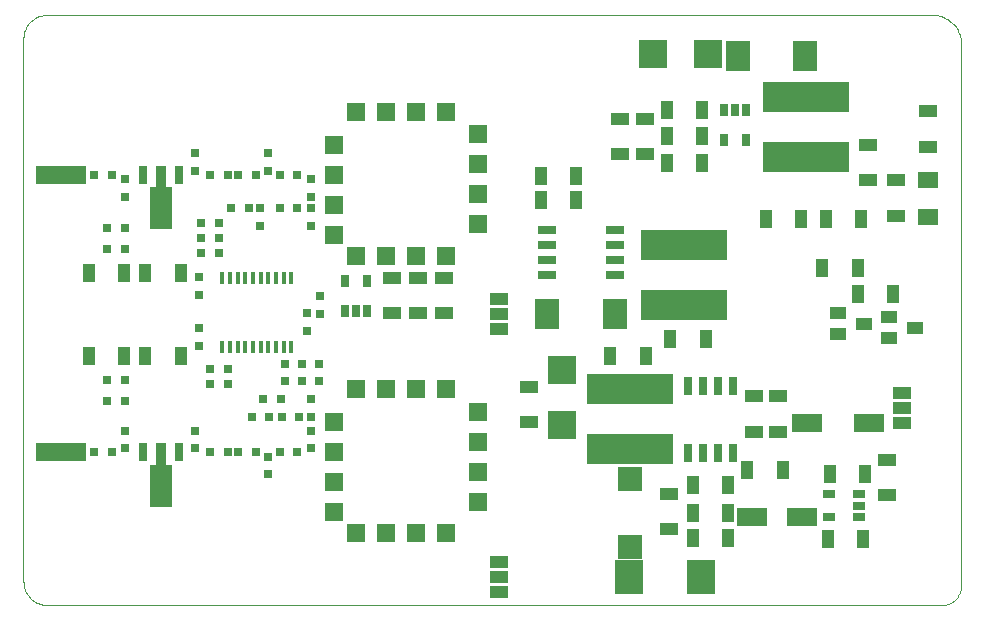
<source format=gtp>
G75*
G70*
%OFA0B0*%
%FSLAX24Y24*%
%IPPOS*%
%LPD*%
%AMOC8*
5,1,8,0,0,1.08239X$1,22.5*
%
%ADD10C,0.0000*%
%ADD11R,0.0984X0.0591*%
%ADD12R,0.0630X0.0394*%
%ADD13R,0.0394X0.0630*%
%ADD14R,0.0433X0.0276*%
%ADD15R,0.0276X0.0433*%
%ADD16R,0.0787X0.0984*%
%ADD17R,0.0940X0.0940*%
%ADD18R,0.2874X0.1043*%
%ADD19R,0.0827X0.0787*%
%ADD20R,0.0256X0.0630*%
%ADD21R,0.0940X0.1140*%
%ADD22R,0.0630X0.0256*%
%ADD23R,0.0661X0.0518*%
%ADD24R,0.0600X0.0600*%
%ADD25R,0.0630X0.0400*%
%ADD26R,0.0315X0.0315*%
%ADD27R,0.0750X0.1400*%
%ADD28R,0.0380X0.0728*%
%ADD29R,0.0280X0.0600*%
%ADD30R,0.0120X0.0390*%
%ADD31R,0.1650X0.0600*%
%ADD32R,0.0551X0.0394*%
D10*
X003578Y001721D02*
X003578Y019817D01*
X003580Y019872D01*
X003586Y019927D01*
X003596Y019981D01*
X003609Y020034D01*
X003627Y020086D01*
X003648Y020137D01*
X003672Y020187D01*
X003700Y020234D01*
X003732Y020279D01*
X003766Y020322D01*
X003804Y020362D01*
X003844Y020400D01*
X003887Y020434D01*
X003932Y020466D01*
X003979Y020494D01*
X004029Y020518D01*
X004080Y020539D01*
X004132Y020557D01*
X004185Y020570D01*
X004239Y020580D01*
X004294Y020586D01*
X004349Y020588D01*
X033873Y020588D01*
X033933Y020586D01*
X033994Y020580D01*
X034053Y020571D01*
X034112Y020558D01*
X034170Y020541D01*
X034227Y020520D01*
X034283Y020496D01*
X034336Y020469D01*
X034388Y020438D01*
X034438Y020404D01*
X034486Y020367D01*
X034532Y020327D01*
X034574Y020285D01*
X034614Y020239D01*
X034651Y020191D01*
X034685Y020141D01*
X034716Y020089D01*
X034743Y020036D01*
X034767Y019980D01*
X034788Y019923D01*
X034805Y019865D01*
X034818Y019806D01*
X034827Y019747D01*
X034833Y019686D01*
X034835Y019626D01*
X034834Y019626D02*
X034834Y001576D01*
X034832Y001526D01*
X034827Y001477D01*
X034817Y001428D01*
X034805Y001381D01*
X034788Y001334D01*
X034768Y001288D01*
X034745Y001245D01*
X034719Y001203D01*
X034689Y001163D01*
X034657Y001125D01*
X034622Y001090D01*
X034584Y001058D01*
X034544Y001028D01*
X034503Y001002D01*
X034459Y000979D01*
X034413Y000959D01*
X034366Y000942D01*
X034319Y000930D01*
X034270Y000920D01*
X034221Y000915D01*
X034171Y000913D01*
X004387Y000913D01*
X004332Y000915D01*
X004277Y000921D01*
X004223Y000930D01*
X004169Y000943D01*
X004116Y000960D01*
X004065Y000980D01*
X004015Y001004D01*
X003967Y001031D01*
X003921Y001061D01*
X003877Y001094D01*
X003835Y001130D01*
X003796Y001169D01*
X003760Y001211D01*
X003727Y001255D01*
X003697Y001301D01*
X003670Y001349D01*
X003646Y001399D01*
X003626Y001450D01*
X003609Y001503D01*
X003596Y001557D01*
X003587Y001611D01*
X003581Y001666D01*
X003579Y001721D01*
D11*
X027870Y003856D03*
X029526Y003856D03*
X029707Y006981D03*
X031750Y006981D03*
D12*
X032354Y005759D03*
X032354Y004578D03*
X028729Y006703D03*
X027917Y006703D03*
X027917Y007885D03*
X028729Y007885D03*
X025104Y004635D03*
X025104Y003453D03*
X020417Y007016D03*
X020417Y008197D03*
X017604Y010641D03*
X016729Y010641D03*
X015854Y010641D03*
X015854Y011822D03*
X016729Y011822D03*
X017604Y011822D03*
X023479Y015953D03*
X024291Y015953D03*
X024291Y017135D03*
X023479Y017135D03*
X031729Y016259D03*
X031729Y015078D03*
X032667Y015072D03*
X032667Y013891D03*
X033729Y016203D03*
X033729Y017385D03*
D13*
X031507Y013794D03*
X030326Y013794D03*
X029507Y013794D03*
X028326Y013794D03*
X030201Y012169D03*
X031382Y012169D03*
X031389Y011294D03*
X032570Y011294D03*
X026320Y009794D03*
X025139Y009794D03*
X024320Y009231D03*
X023139Y009231D03*
X027701Y005419D03*
X027070Y004928D03*
X025889Y004928D03*
X025889Y003974D03*
X027070Y003974D03*
X027070Y003139D03*
X025889Y003139D03*
X028882Y005419D03*
X030451Y005294D03*
X031632Y005294D03*
X031570Y003106D03*
X030389Y003106D03*
X022007Y014419D03*
X020826Y014419D03*
X020826Y015231D03*
X022007Y015231D03*
X025013Y015669D03*
X026194Y015669D03*
X026194Y016544D03*
X025013Y016544D03*
X025013Y017419D03*
X026194Y017419D03*
X008819Y011981D03*
X007638Y011981D03*
X006944Y011981D03*
X005763Y011981D03*
X005763Y009231D03*
X006944Y009231D03*
X007638Y009231D03*
X008819Y009231D03*
D14*
X030417Y004606D03*
X031417Y004606D03*
X031417Y004231D03*
X031417Y003856D03*
X030417Y003856D03*
D15*
X015041Y010731D03*
X014666Y010731D03*
X014291Y010731D03*
X014291Y011731D03*
X015041Y011731D03*
X026917Y016419D03*
X027667Y016419D03*
X027667Y017419D03*
X027292Y017419D03*
X026917Y017419D03*
D16*
X027396Y019215D03*
X029646Y019215D03*
X023291Y010606D03*
X021041Y010606D03*
D17*
X021541Y008766D03*
X021541Y006936D03*
X024559Y019294D03*
X026389Y019294D03*
D18*
X029667Y017856D03*
X029667Y015856D03*
X025604Y012919D03*
X025604Y010919D03*
X023791Y008107D03*
X023791Y006107D03*
D19*
X023791Y005106D03*
X023791Y002856D03*
D20*
X025729Y005981D03*
X026229Y005981D03*
X026729Y005981D03*
X027229Y005981D03*
X027229Y008231D03*
X026729Y008231D03*
X026229Y008231D03*
X025729Y008231D03*
D21*
X026179Y001839D03*
X023779Y001839D03*
D22*
X023291Y011919D03*
X023291Y012419D03*
X023291Y012919D03*
X023291Y013419D03*
X021041Y013419D03*
X021041Y012919D03*
X021041Y012419D03*
X021041Y011919D03*
D23*
X033729Y013864D03*
X033729Y015099D03*
D24*
X018729Y014607D03*
X018729Y013607D03*
X017679Y012557D03*
X016679Y012557D03*
X015679Y012557D03*
X014679Y012557D03*
X013929Y013257D03*
X013929Y014257D03*
X013929Y015257D03*
X013929Y016257D03*
X014679Y017357D03*
X015679Y017357D03*
X016679Y017357D03*
X017679Y017357D03*
X018729Y016607D03*
X018729Y015607D03*
X017679Y008106D03*
X016679Y008106D03*
X015679Y008106D03*
X014679Y008106D03*
X013929Y007006D03*
X013929Y006006D03*
X013929Y005006D03*
X013929Y004006D03*
X014679Y003306D03*
X015679Y003306D03*
X016679Y003306D03*
X017679Y003306D03*
X018729Y004356D03*
X018729Y005356D03*
X018729Y006356D03*
X018729Y007356D03*
D25*
X019417Y010106D03*
X019417Y010606D03*
X019417Y011106D03*
X032854Y007981D03*
X032854Y007481D03*
X032854Y006981D03*
X019417Y002356D03*
X019417Y001856D03*
X019417Y001356D03*
D26*
X012712Y006006D03*
X013167Y006147D03*
X013167Y006737D03*
X013167Y007186D03*
X012774Y007186D03*
X012184Y007186D03*
X011774Y007186D03*
X011184Y007186D03*
X011559Y007794D03*
X012149Y007794D03*
X012291Y008374D03*
X012854Y008374D03*
X013417Y008374D03*
X013417Y008964D03*
X012854Y008964D03*
X012291Y008964D03*
X013041Y010061D03*
X013041Y010651D03*
X013479Y010624D03*
X013479Y011214D03*
X013167Y013561D03*
X013167Y014151D03*
X012712Y014151D03*
X013167Y014522D03*
X013167Y015112D03*
X012712Y015256D03*
X012121Y015256D03*
X011729Y015399D03*
X011337Y015256D03*
X010746Y015256D03*
X010399Y015256D03*
X009809Y015256D03*
X009291Y015399D03*
X009291Y015989D03*
X011729Y015989D03*
X011479Y014151D03*
X011087Y014151D03*
X010496Y014151D03*
X010087Y013669D03*
X009496Y013669D03*
X009496Y013169D03*
X010087Y013169D03*
X010087Y012669D03*
X009496Y012669D03*
X009417Y011839D03*
X009417Y011249D03*
X009417Y010151D03*
X009417Y009561D03*
X009809Y008794D03*
X010399Y008794D03*
X010399Y008294D03*
X009809Y008294D03*
X009291Y006737D03*
X009291Y006147D03*
X009809Y006006D03*
X010399Y006006D03*
X010746Y006006D03*
X011337Y006006D03*
X011729Y005863D03*
X012121Y006006D03*
X011729Y005273D03*
X013167Y007777D03*
X006962Y007731D03*
X006371Y007731D03*
X006371Y008419D03*
X006962Y008419D03*
X006979Y006735D03*
X006979Y006145D03*
X006524Y006006D03*
X005933Y006006D03*
X006371Y012794D03*
X006962Y012794D03*
X006962Y013481D03*
X006371Y013481D03*
X006979Y014522D03*
X006979Y015112D03*
X006524Y015256D03*
X005933Y015256D03*
X011479Y013561D03*
X012121Y014151D03*
D27*
X008167Y014140D03*
X008167Y004890D03*
D28*
X008167Y005942D03*
X008167Y015192D03*
D29*
X008757Y015256D03*
X007576Y015256D03*
X007576Y006006D03*
X008757Y006006D03*
D30*
X010202Y009520D03*
X010458Y009520D03*
X010714Y009520D03*
X010970Y009520D03*
X011226Y009520D03*
X011482Y009520D03*
X011738Y009520D03*
X011994Y009520D03*
X012250Y009520D03*
X012506Y009520D03*
X012506Y011818D03*
X012250Y011818D03*
X011994Y011818D03*
X011738Y011818D03*
X011482Y011818D03*
X011226Y011818D03*
X010970Y011818D03*
X010714Y011818D03*
X010458Y011818D03*
X010202Y011818D03*
D31*
X004817Y015256D03*
X004817Y006006D03*
D32*
X030729Y009940D03*
X030729Y010648D03*
X031595Y010294D03*
X032417Y010523D03*
X032417Y009814D03*
X033283Y010169D03*
M02*

</source>
